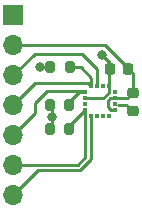
<source format=gbr>
%TF.GenerationSoftware,KiCad,Pcbnew,(6.0.6-0)*%
%TF.CreationDate,2022-08-17T23:58:53-07:00*%
%TF.ProjectId,mmc5983ma,6d6d6335-3938-4336-9d61-2e6b69636164,rev?*%
%TF.SameCoordinates,Original*%
%TF.FileFunction,Copper,L1,Top*%
%TF.FilePolarity,Positive*%
%FSLAX46Y46*%
G04 Gerber Fmt 4.6, Leading zero omitted, Abs format (unit mm)*
G04 Created by KiCad (PCBNEW (6.0.6-0)) date 2022-08-17 23:58:53*
%MOMM*%
%LPD*%
G01*
G04 APERTURE LIST*
G04 Aperture macros list*
%AMRoundRect*
0 Rectangle with rounded corners*
0 $1 Rounding radius*
0 $2 $3 $4 $5 $6 $7 $8 $9 X,Y pos of 4 corners*
0 Add a 4 corners polygon primitive as box body*
4,1,4,$2,$3,$4,$5,$6,$7,$8,$9,$2,$3,0*
0 Add four circle primitives for the rounded corners*
1,1,$1+$1,$2,$3*
1,1,$1+$1,$4,$5*
1,1,$1+$1,$6,$7*
1,1,$1+$1,$8,$9*
0 Add four rect primitives between the rounded corners*
20,1,$1+$1,$2,$3,$4,$5,0*
20,1,$1+$1,$4,$5,$6,$7,0*
20,1,$1+$1,$6,$7,$8,$9,0*
20,1,$1+$1,$8,$9,$2,$3,0*%
G04 Aperture macros list end*
%TA.AperFunction,SMDPad,CuDef*%
%ADD10RoundRect,0.200000X0.200000X0.275000X-0.200000X0.275000X-0.200000X-0.275000X0.200000X-0.275000X0*%
%TD*%
%TA.AperFunction,SMDPad,CuDef*%
%ADD11R,0.450000X0.300000*%
%TD*%
%TA.AperFunction,SMDPad,CuDef*%
%ADD12R,0.300000X0.450000*%
%TD*%
%TA.AperFunction,SMDPad,CuDef*%
%ADD13RoundRect,0.225000X0.250000X-0.225000X0.250000X0.225000X-0.250000X0.225000X-0.250000X-0.225000X0*%
%TD*%
%TA.AperFunction,ComponentPad*%
%ADD14R,1.700000X1.700000*%
%TD*%
%TA.AperFunction,ComponentPad*%
%ADD15O,1.700000X1.700000*%
%TD*%
%TA.AperFunction,SMDPad,CuDef*%
%ADD16RoundRect,0.225000X-0.225000X-0.250000X0.225000X-0.250000X0.225000X0.250000X-0.225000X0.250000X0*%
%TD*%
%TA.AperFunction,ViaPad*%
%ADD17C,0.800000*%
%TD*%
%TA.AperFunction,Conductor*%
%ADD18C,0.250000*%
%TD*%
G04 APERTURE END LIST*
D10*
%TO.P,R1,1*%
%TO.N,/SCL*%
X108115400Y-110286000D03*
%TO.P,R1,2*%
%TO.N,+3V3*%
X106465400Y-110286000D03*
%TD*%
%TO.P,R3,1*%
%TO.N,/~{CS}*%
X108103200Y-112267200D03*
%TO.P,R3,2*%
%TO.N,+3V3*%
X106453200Y-112267200D03*
%TD*%
D11*
%TO.P,U1,1,SCL*%
%TO.N,/SCL*%
X109457000Y-109189200D03*
%TO.P,U1,2,VDD*%
%TO.N,+3V3*%
X109457000Y-109689200D03*
%TO.P,U1,3*%
%TO.N,N/C*%
X109457000Y-110189200D03*
%TO.P,U1,4,~{CS}*%
%TO.N,/~{CS}*%
X109457000Y-110689200D03*
D12*
%TO.P,U1,5,SDO*%
%TO.N,/SDO*%
X109982000Y-111214200D03*
%TO.P,U1,6*%
%TO.N,N/C*%
X110482000Y-111214200D03*
%TO.P,U1,7*%
X110982000Y-111214200D03*
%TO.P,U1,8*%
X111482000Y-111214200D03*
D11*
%TO.P,U1,9,GND*%
%TO.N,GND*%
X112007000Y-110689200D03*
%TO.P,U1,10,CAP*%
%TO.N,Net-(C2-Pad1)*%
X112007000Y-110189200D03*
%TO.P,U1,11,GND*%
%TO.N,GND*%
X112007000Y-109689200D03*
%TO.P,U1,12*%
%TO.N,N/C*%
X112007000Y-109189200D03*
D12*
%TO.P,U1,13,VDDIO*%
%TO.N,+3V3*%
X111482000Y-108664200D03*
%TO.P,U1,14*%
%TO.N,N/C*%
X110982000Y-108664200D03*
%TO.P,U1,15,INT*%
%TO.N,/INT*%
X110482000Y-108664200D03*
%TO.P,U1,16,SDA*%
%TO.N,/SDA*%
X109982000Y-108664200D03*
%TD*%
D13*
%TO.P,C2,1*%
%TO.N,Net-(C2-Pad1)*%
X113488000Y-110756200D03*
%TO.P,C2,2*%
%TO.N,GND*%
X113488000Y-109206200D03*
%TD*%
D10*
%TO.P,R2,1*%
%TO.N,/SDA*%
X108140000Y-107061000D03*
%TO.P,R2,2*%
%TO.N,+3V3*%
X106490000Y-107061000D03*
%TD*%
D14*
%TO.P,J1,1,Pin_1*%
%TO.N,+3V3*%
X103378000Y-102624200D03*
D15*
%TO.P,J1,2,Pin_2*%
%TO.N,GND*%
X103378000Y-105164200D03*
%TO.P,J1,3,Pin_3*%
%TO.N,/INT*%
X103378000Y-107704200D03*
%TO.P,J1,4,Pin_4*%
%TO.N,/SDA*%
X103378000Y-110244200D03*
%TO.P,J1,5,Pin_5*%
%TO.N,/SCL*%
X103378000Y-112784200D03*
%TO.P,J1,6,Pin_6*%
%TO.N,/~{CS}*%
X103378000Y-115324200D03*
%TO.P,J1,7,Pin_7*%
%TO.N,/SDO*%
X103378000Y-117864200D03*
%TD*%
D16*
%TO.P,C1,1*%
%TO.N,+3V3*%
X111544600Y-107187200D03*
%TO.P,C1,2*%
%TO.N,GND*%
X113094600Y-107187200D03*
%TD*%
D17*
%TO.N,+3V3*%
X106680000Y-111252000D03*
X110846400Y-106018800D03*
X105638600Y-107010200D03*
%TD*%
D18*
%TO.N,+3V3*%
X111457000Y-108689200D02*
X111482000Y-108664200D01*
X110959204Y-109689200D02*
X111457000Y-109191404D01*
X106680000Y-111252000D02*
X106680000Y-110500600D01*
X111544600Y-106717000D02*
X111544600Y-107187200D01*
X106680000Y-111252000D02*
X106680000Y-112040400D01*
X111457000Y-109191404D02*
X111457000Y-108689200D01*
X109457000Y-109689200D02*
X110959204Y-109689200D01*
X105689400Y-107061000D02*
X105638600Y-107010200D01*
X110846400Y-106018800D02*
X111544600Y-106717000D01*
X111482000Y-107249800D02*
X111544600Y-107187200D01*
X106680000Y-110500600D02*
X106465400Y-110286000D01*
X111482000Y-108664200D02*
X111482000Y-107249800D01*
X106680000Y-112040400D02*
X106453200Y-112267200D01*
X106490000Y-107061000D02*
X105689400Y-107061000D01*
%TO.N,GND*%
X111595600Y-109689200D02*
X112007000Y-109689200D01*
X113005000Y-109689200D02*
X113488000Y-109206200D01*
X113488000Y-107580600D02*
X113488000Y-109206200D01*
X113094600Y-107100200D02*
X113094600Y-107187200D01*
X111158600Y-105164200D02*
X113094600Y-107100200D01*
X111982000Y-110664200D02*
X111631000Y-110664200D01*
X111631000Y-110664200D02*
X111354400Y-110387600D01*
X103378000Y-105164200D02*
X111158600Y-105164200D01*
X112007000Y-109689200D02*
X113005000Y-109689200D01*
X111354400Y-109930400D02*
X111595600Y-109689200D01*
X111354400Y-110387600D02*
X111354400Y-109930400D01*
X112007000Y-110689200D02*
X111982000Y-110664200D01*
X113094600Y-107187200D02*
X113488000Y-107580600D01*
%TO.N,Net-(C2-Pad1)*%
X113488000Y-110756200D02*
X112946000Y-110214200D01*
X112946000Y-110214200D02*
X112218000Y-110214200D01*
%TO.N,/SCL*%
X108932000Y-109189200D02*
X109457000Y-109189200D01*
X105206800Y-110109000D02*
X106222800Y-109093000D01*
X106222800Y-109093000D02*
X109360800Y-109093000D01*
X109360800Y-109093000D02*
X109457000Y-109189200D01*
X105206800Y-110955400D02*
X105206800Y-110109000D01*
X108115400Y-110286000D02*
X108115400Y-110005800D01*
X108115400Y-110005800D02*
X108932000Y-109189200D01*
X103378000Y-112784200D02*
X105206800Y-110955400D01*
%TO.N,/SDA*%
X109725000Y-108407200D02*
X105215000Y-108407200D01*
X105215000Y-108407200D02*
X103378000Y-110244200D01*
X109982000Y-108664200D02*
X109725000Y-108407200D01*
X108140000Y-107061000D02*
X109093000Y-107061000D01*
X109093000Y-107061000D02*
X109982000Y-107950000D01*
X109982000Y-107950000D02*
X109982000Y-108664200D01*
%TO.N,/SDO*%
X109024800Y-115765200D02*
X109982000Y-114808000D01*
X105477000Y-115765200D02*
X109024800Y-115765200D01*
X109982000Y-114808000D02*
X109982000Y-111214200D01*
X103378000Y-117864200D02*
X105477000Y-115765200D01*
%TO.N,/~{CS}*%
X108103200Y-112267200D02*
X108103200Y-112043000D01*
X103387000Y-115315200D02*
X103378000Y-115324200D01*
X108814400Y-115315200D02*
X109457000Y-114672600D01*
X108103200Y-112043000D02*
X109457000Y-110689200D01*
X109457000Y-114672600D02*
X109457000Y-110689200D01*
X108814400Y-115315200D02*
X103387000Y-115315200D01*
%TO.N,/INT*%
X110482000Y-107180000D02*
X109220000Y-105918000D01*
X105164200Y-105918000D02*
X103378000Y-107704200D01*
X109220000Y-105918000D02*
X105164200Y-105918000D01*
X110482000Y-108664200D02*
X110482000Y-107180000D01*
%TD*%
M02*

</source>
